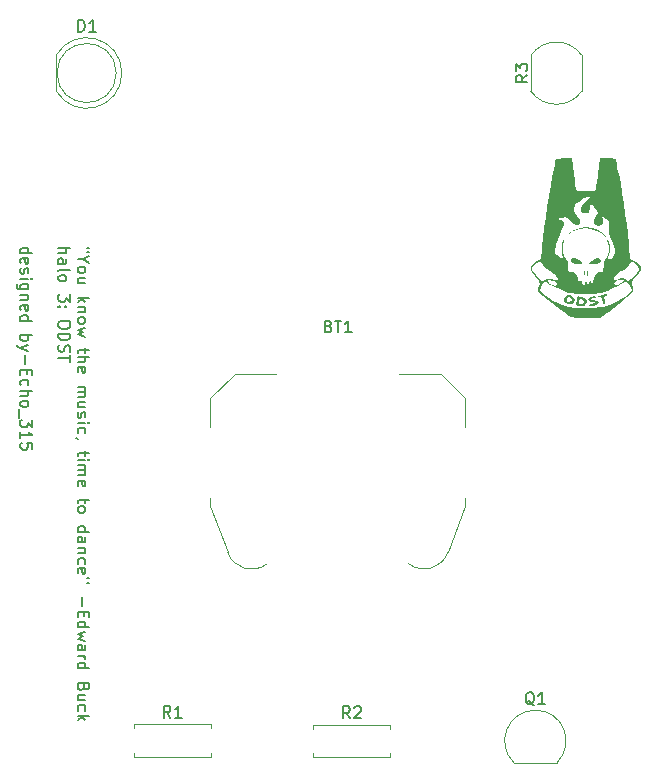
<source format=gbr>
%TF.GenerationSoftware,KiCad,Pcbnew,9.0.2*%
%TF.CreationDate,2025-05-24T18:19:02-05:00*%
%TF.ProjectId,Hack Club PCB,4861636b-2043-46c7-9562-205043422e6b,rev?*%
%TF.SameCoordinates,Original*%
%TF.FileFunction,Legend,Top*%
%TF.FilePolarity,Positive*%
%FSLAX46Y46*%
G04 Gerber Fmt 4.6, Leading zero omitted, Abs format (unit mm)*
G04 Created by KiCad (PCBNEW 9.0.2) date 2025-05-24 18:19:02*
%MOMM*%
%LPD*%
G01*
G04 APERTURE LIST*
%ADD10C,0.150000*%
%ADD11C,0.120000*%
%ADD12C,0.000000*%
G04 APERTURE END LIST*
D10*
X108460012Y-64789160D02*
X108269536Y-64789160D01*
X108460012Y-65170112D02*
X108269536Y-65170112D01*
X107936203Y-65789160D02*
X107460012Y-65789160D01*
X108460012Y-65455827D02*
X107936203Y-65789160D01*
X107936203Y-65789160D02*
X108460012Y-66122493D01*
X107460012Y-66598684D02*
X107507632Y-66503446D01*
X107507632Y-66503446D02*
X107555251Y-66455827D01*
X107555251Y-66455827D02*
X107650489Y-66408208D01*
X107650489Y-66408208D02*
X107936203Y-66408208D01*
X107936203Y-66408208D02*
X108031441Y-66455827D01*
X108031441Y-66455827D02*
X108079060Y-66503446D01*
X108079060Y-66503446D02*
X108126679Y-66598684D01*
X108126679Y-66598684D02*
X108126679Y-66741541D01*
X108126679Y-66741541D02*
X108079060Y-66836779D01*
X108079060Y-66836779D02*
X108031441Y-66884398D01*
X108031441Y-66884398D02*
X107936203Y-66932017D01*
X107936203Y-66932017D02*
X107650489Y-66932017D01*
X107650489Y-66932017D02*
X107555251Y-66884398D01*
X107555251Y-66884398D02*
X107507632Y-66836779D01*
X107507632Y-66836779D02*
X107460012Y-66741541D01*
X107460012Y-66741541D02*
X107460012Y-66598684D01*
X108126679Y-67789160D02*
X107460012Y-67789160D01*
X108126679Y-67360589D02*
X107602870Y-67360589D01*
X107602870Y-67360589D02*
X107507632Y-67408208D01*
X107507632Y-67408208D02*
X107460012Y-67503446D01*
X107460012Y-67503446D02*
X107460012Y-67646303D01*
X107460012Y-67646303D02*
X107507632Y-67741541D01*
X107507632Y-67741541D02*
X107555251Y-67789160D01*
X107460012Y-69027256D02*
X108460012Y-69027256D01*
X107840965Y-69122494D02*
X107460012Y-69408208D01*
X108126679Y-69408208D02*
X107745727Y-69027256D01*
X108126679Y-69836780D02*
X107460012Y-69836780D01*
X108031441Y-69836780D02*
X108079060Y-69884399D01*
X108079060Y-69884399D02*
X108126679Y-69979637D01*
X108126679Y-69979637D02*
X108126679Y-70122494D01*
X108126679Y-70122494D02*
X108079060Y-70217732D01*
X108079060Y-70217732D02*
X107983822Y-70265351D01*
X107983822Y-70265351D02*
X107460012Y-70265351D01*
X107460012Y-70884399D02*
X107507632Y-70789161D01*
X107507632Y-70789161D02*
X107555251Y-70741542D01*
X107555251Y-70741542D02*
X107650489Y-70693923D01*
X107650489Y-70693923D02*
X107936203Y-70693923D01*
X107936203Y-70693923D02*
X108031441Y-70741542D01*
X108031441Y-70741542D02*
X108079060Y-70789161D01*
X108079060Y-70789161D02*
X108126679Y-70884399D01*
X108126679Y-70884399D02*
X108126679Y-71027256D01*
X108126679Y-71027256D02*
X108079060Y-71122494D01*
X108079060Y-71122494D02*
X108031441Y-71170113D01*
X108031441Y-71170113D02*
X107936203Y-71217732D01*
X107936203Y-71217732D02*
X107650489Y-71217732D01*
X107650489Y-71217732D02*
X107555251Y-71170113D01*
X107555251Y-71170113D02*
X107507632Y-71122494D01*
X107507632Y-71122494D02*
X107460012Y-71027256D01*
X107460012Y-71027256D02*
X107460012Y-70884399D01*
X108126679Y-71551066D02*
X107460012Y-71741542D01*
X107460012Y-71741542D02*
X107936203Y-71932018D01*
X107936203Y-71932018D02*
X107460012Y-72122494D01*
X107460012Y-72122494D02*
X108126679Y-72312970D01*
X108126679Y-73312971D02*
X108126679Y-73693923D01*
X108460012Y-73455828D02*
X107602870Y-73455828D01*
X107602870Y-73455828D02*
X107507632Y-73503447D01*
X107507632Y-73503447D02*
X107460012Y-73598685D01*
X107460012Y-73598685D02*
X107460012Y-73693923D01*
X107460012Y-74027257D02*
X108460012Y-74027257D01*
X107460012Y-74455828D02*
X107983822Y-74455828D01*
X107983822Y-74455828D02*
X108079060Y-74408209D01*
X108079060Y-74408209D02*
X108126679Y-74312971D01*
X108126679Y-74312971D02*
X108126679Y-74170114D01*
X108126679Y-74170114D02*
X108079060Y-74074876D01*
X108079060Y-74074876D02*
X108031441Y-74027257D01*
X107507632Y-75312971D02*
X107460012Y-75217733D01*
X107460012Y-75217733D02*
X107460012Y-75027257D01*
X107460012Y-75027257D02*
X107507632Y-74932019D01*
X107507632Y-74932019D02*
X107602870Y-74884400D01*
X107602870Y-74884400D02*
X107983822Y-74884400D01*
X107983822Y-74884400D02*
X108079060Y-74932019D01*
X108079060Y-74932019D02*
X108126679Y-75027257D01*
X108126679Y-75027257D02*
X108126679Y-75217733D01*
X108126679Y-75217733D02*
X108079060Y-75312971D01*
X108079060Y-75312971D02*
X107983822Y-75360590D01*
X107983822Y-75360590D02*
X107888584Y-75360590D01*
X107888584Y-75360590D02*
X107793346Y-74884400D01*
X107460012Y-76551067D02*
X108126679Y-76551067D01*
X108031441Y-76551067D02*
X108079060Y-76598686D01*
X108079060Y-76598686D02*
X108126679Y-76693924D01*
X108126679Y-76693924D02*
X108126679Y-76836781D01*
X108126679Y-76836781D02*
X108079060Y-76932019D01*
X108079060Y-76932019D02*
X107983822Y-76979638D01*
X107983822Y-76979638D02*
X107460012Y-76979638D01*
X107983822Y-76979638D02*
X108079060Y-77027257D01*
X108079060Y-77027257D02*
X108126679Y-77122495D01*
X108126679Y-77122495D02*
X108126679Y-77265352D01*
X108126679Y-77265352D02*
X108079060Y-77360591D01*
X108079060Y-77360591D02*
X107983822Y-77408210D01*
X107983822Y-77408210D02*
X107460012Y-77408210D01*
X108126679Y-78312971D02*
X107460012Y-78312971D01*
X108126679Y-77884400D02*
X107602870Y-77884400D01*
X107602870Y-77884400D02*
X107507632Y-77932019D01*
X107507632Y-77932019D02*
X107460012Y-78027257D01*
X107460012Y-78027257D02*
X107460012Y-78170114D01*
X107460012Y-78170114D02*
X107507632Y-78265352D01*
X107507632Y-78265352D02*
X107555251Y-78312971D01*
X107507632Y-78741543D02*
X107460012Y-78836781D01*
X107460012Y-78836781D02*
X107460012Y-79027257D01*
X107460012Y-79027257D02*
X107507632Y-79122495D01*
X107507632Y-79122495D02*
X107602870Y-79170114D01*
X107602870Y-79170114D02*
X107650489Y-79170114D01*
X107650489Y-79170114D02*
X107745727Y-79122495D01*
X107745727Y-79122495D02*
X107793346Y-79027257D01*
X107793346Y-79027257D02*
X107793346Y-78884400D01*
X107793346Y-78884400D02*
X107840965Y-78789162D01*
X107840965Y-78789162D02*
X107936203Y-78741543D01*
X107936203Y-78741543D02*
X107983822Y-78741543D01*
X107983822Y-78741543D02*
X108079060Y-78789162D01*
X108079060Y-78789162D02*
X108126679Y-78884400D01*
X108126679Y-78884400D02*
X108126679Y-79027257D01*
X108126679Y-79027257D02*
X108079060Y-79122495D01*
X107460012Y-79598686D02*
X108126679Y-79598686D01*
X108460012Y-79598686D02*
X108412393Y-79551067D01*
X108412393Y-79551067D02*
X108364774Y-79598686D01*
X108364774Y-79598686D02*
X108412393Y-79646305D01*
X108412393Y-79646305D02*
X108460012Y-79598686D01*
X108460012Y-79598686D02*
X108364774Y-79598686D01*
X107507632Y-80503447D02*
X107460012Y-80408209D01*
X107460012Y-80408209D02*
X107460012Y-80217733D01*
X107460012Y-80217733D02*
X107507632Y-80122495D01*
X107507632Y-80122495D02*
X107555251Y-80074876D01*
X107555251Y-80074876D02*
X107650489Y-80027257D01*
X107650489Y-80027257D02*
X107936203Y-80027257D01*
X107936203Y-80027257D02*
X108031441Y-80074876D01*
X108031441Y-80074876D02*
X108079060Y-80122495D01*
X108079060Y-80122495D02*
X108126679Y-80217733D01*
X108126679Y-80217733D02*
X108126679Y-80408209D01*
X108126679Y-80408209D02*
X108079060Y-80503447D01*
X107507632Y-80979638D02*
X107460012Y-80979638D01*
X107460012Y-80979638D02*
X107364774Y-80932019D01*
X107364774Y-80932019D02*
X107317155Y-80884400D01*
X108126679Y-82027257D02*
X108126679Y-82408209D01*
X108460012Y-82170114D02*
X107602870Y-82170114D01*
X107602870Y-82170114D02*
X107507632Y-82217733D01*
X107507632Y-82217733D02*
X107460012Y-82312971D01*
X107460012Y-82312971D02*
X107460012Y-82408209D01*
X107460012Y-82741543D02*
X108126679Y-82741543D01*
X108460012Y-82741543D02*
X108412393Y-82693924D01*
X108412393Y-82693924D02*
X108364774Y-82741543D01*
X108364774Y-82741543D02*
X108412393Y-82789162D01*
X108412393Y-82789162D02*
X108460012Y-82741543D01*
X108460012Y-82741543D02*
X108364774Y-82741543D01*
X107460012Y-83217733D02*
X108126679Y-83217733D01*
X108031441Y-83217733D02*
X108079060Y-83265352D01*
X108079060Y-83265352D02*
X108126679Y-83360590D01*
X108126679Y-83360590D02*
X108126679Y-83503447D01*
X108126679Y-83503447D02*
X108079060Y-83598685D01*
X108079060Y-83598685D02*
X107983822Y-83646304D01*
X107983822Y-83646304D02*
X107460012Y-83646304D01*
X107983822Y-83646304D02*
X108079060Y-83693923D01*
X108079060Y-83693923D02*
X108126679Y-83789161D01*
X108126679Y-83789161D02*
X108126679Y-83932018D01*
X108126679Y-83932018D02*
X108079060Y-84027257D01*
X108079060Y-84027257D02*
X107983822Y-84074876D01*
X107983822Y-84074876D02*
X107460012Y-84074876D01*
X107507632Y-84932018D02*
X107460012Y-84836780D01*
X107460012Y-84836780D02*
X107460012Y-84646304D01*
X107460012Y-84646304D02*
X107507632Y-84551066D01*
X107507632Y-84551066D02*
X107602870Y-84503447D01*
X107602870Y-84503447D02*
X107983822Y-84503447D01*
X107983822Y-84503447D02*
X108079060Y-84551066D01*
X108079060Y-84551066D02*
X108126679Y-84646304D01*
X108126679Y-84646304D02*
X108126679Y-84836780D01*
X108126679Y-84836780D02*
X108079060Y-84932018D01*
X108079060Y-84932018D02*
X107983822Y-84979637D01*
X107983822Y-84979637D02*
X107888584Y-84979637D01*
X107888584Y-84979637D02*
X107793346Y-84503447D01*
X108126679Y-86027257D02*
X108126679Y-86408209D01*
X108460012Y-86170114D02*
X107602870Y-86170114D01*
X107602870Y-86170114D02*
X107507632Y-86217733D01*
X107507632Y-86217733D02*
X107460012Y-86312971D01*
X107460012Y-86312971D02*
X107460012Y-86408209D01*
X107460012Y-86884400D02*
X107507632Y-86789162D01*
X107507632Y-86789162D02*
X107555251Y-86741543D01*
X107555251Y-86741543D02*
X107650489Y-86693924D01*
X107650489Y-86693924D02*
X107936203Y-86693924D01*
X107936203Y-86693924D02*
X108031441Y-86741543D01*
X108031441Y-86741543D02*
X108079060Y-86789162D01*
X108079060Y-86789162D02*
X108126679Y-86884400D01*
X108126679Y-86884400D02*
X108126679Y-87027257D01*
X108126679Y-87027257D02*
X108079060Y-87122495D01*
X108079060Y-87122495D02*
X108031441Y-87170114D01*
X108031441Y-87170114D02*
X107936203Y-87217733D01*
X107936203Y-87217733D02*
X107650489Y-87217733D01*
X107650489Y-87217733D02*
X107555251Y-87170114D01*
X107555251Y-87170114D02*
X107507632Y-87122495D01*
X107507632Y-87122495D02*
X107460012Y-87027257D01*
X107460012Y-87027257D02*
X107460012Y-86884400D01*
X107460012Y-88836781D02*
X108460012Y-88836781D01*
X107507632Y-88836781D02*
X107460012Y-88741543D01*
X107460012Y-88741543D02*
X107460012Y-88551067D01*
X107460012Y-88551067D02*
X107507632Y-88455829D01*
X107507632Y-88455829D02*
X107555251Y-88408210D01*
X107555251Y-88408210D02*
X107650489Y-88360591D01*
X107650489Y-88360591D02*
X107936203Y-88360591D01*
X107936203Y-88360591D02*
X108031441Y-88408210D01*
X108031441Y-88408210D02*
X108079060Y-88455829D01*
X108079060Y-88455829D02*
X108126679Y-88551067D01*
X108126679Y-88551067D02*
X108126679Y-88741543D01*
X108126679Y-88741543D02*
X108079060Y-88836781D01*
X107460012Y-89741543D02*
X107983822Y-89741543D01*
X107983822Y-89741543D02*
X108079060Y-89693924D01*
X108079060Y-89693924D02*
X108126679Y-89598686D01*
X108126679Y-89598686D02*
X108126679Y-89408210D01*
X108126679Y-89408210D02*
X108079060Y-89312972D01*
X107507632Y-89741543D02*
X107460012Y-89646305D01*
X107460012Y-89646305D02*
X107460012Y-89408210D01*
X107460012Y-89408210D02*
X107507632Y-89312972D01*
X107507632Y-89312972D02*
X107602870Y-89265353D01*
X107602870Y-89265353D02*
X107698108Y-89265353D01*
X107698108Y-89265353D02*
X107793346Y-89312972D01*
X107793346Y-89312972D02*
X107840965Y-89408210D01*
X107840965Y-89408210D02*
X107840965Y-89646305D01*
X107840965Y-89646305D02*
X107888584Y-89741543D01*
X108126679Y-90217734D02*
X107460012Y-90217734D01*
X108031441Y-90217734D02*
X108079060Y-90265353D01*
X108079060Y-90265353D02*
X108126679Y-90360591D01*
X108126679Y-90360591D02*
X108126679Y-90503448D01*
X108126679Y-90503448D02*
X108079060Y-90598686D01*
X108079060Y-90598686D02*
X107983822Y-90646305D01*
X107983822Y-90646305D02*
X107460012Y-90646305D01*
X107507632Y-91551067D02*
X107460012Y-91455829D01*
X107460012Y-91455829D02*
X107460012Y-91265353D01*
X107460012Y-91265353D02*
X107507632Y-91170115D01*
X107507632Y-91170115D02*
X107555251Y-91122496D01*
X107555251Y-91122496D02*
X107650489Y-91074877D01*
X107650489Y-91074877D02*
X107936203Y-91074877D01*
X107936203Y-91074877D02*
X108031441Y-91122496D01*
X108031441Y-91122496D02*
X108079060Y-91170115D01*
X108079060Y-91170115D02*
X108126679Y-91265353D01*
X108126679Y-91265353D02*
X108126679Y-91455829D01*
X108126679Y-91455829D02*
X108079060Y-91551067D01*
X107507632Y-92360591D02*
X107460012Y-92265353D01*
X107460012Y-92265353D02*
X107460012Y-92074877D01*
X107460012Y-92074877D02*
X107507632Y-91979639D01*
X107507632Y-91979639D02*
X107602870Y-91932020D01*
X107602870Y-91932020D02*
X107983822Y-91932020D01*
X107983822Y-91932020D02*
X108079060Y-91979639D01*
X108079060Y-91979639D02*
X108126679Y-92074877D01*
X108126679Y-92074877D02*
X108126679Y-92265353D01*
X108126679Y-92265353D02*
X108079060Y-92360591D01*
X108079060Y-92360591D02*
X107983822Y-92408210D01*
X107983822Y-92408210D02*
X107888584Y-92408210D01*
X107888584Y-92408210D02*
X107793346Y-91932020D01*
X108460012Y-92789163D02*
X108269536Y-92789163D01*
X108460012Y-93170115D02*
X108269536Y-93170115D01*
X107840965Y-94360592D02*
X107840965Y-95122497D01*
X107983822Y-95598687D02*
X107983822Y-95932020D01*
X107460012Y-96074877D02*
X107460012Y-95598687D01*
X107460012Y-95598687D02*
X108460012Y-95598687D01*
X108460012Y-95598687D02*
X108460012Y-96074877D01*
X107460012Y-96932020D02*
X108460012Y-96932020D01*
X107507632Y-96932020D02*
X107460012Y-96836782D01*
X107460012Y-96836782D02*
X107460012Y-96646306D01*
X107460012Y-96646306D02*
X107507632Y-96551068D01*
X107507632Y-96551068D02*
X107555251Y-96503449D01*
X107555251Y-96503449D02*
X107650489Y-96455830D01*
X107650489Y-96455830D02*
X107936203Y-96455830D01*
X107936203Y-96455830D02*
X108031441Y-96503449D01*
X108031441Y-96503449D02*
X108079060Y-96551068D01*
X108079060Y-96551068D02*
X108126679Y-96646306D01*
X108126679Y-96646306D02*
X108126679Y-96836782D01*
X108126679Y-96836782D02*
X108079060Y-96932020D01*
X108126679Y-97312973D02*
X107460012Y-97503449D01*
X107460012Y-97503449D02*
X107936203Y-97693925D01*
X107936203Y-97693925D02*
X107460012Y-97884401D01*
X107460012Y-97884401D02*
X108126679Y-98074877D01*
X107460012Y-98884401D02*
X107983822Y-98884401D01*
X107983822Y-98884401D02*
X108079060Y-98836782D01*
X108079060Y-98836782D02*
X108126679Y-98741544D01*
X108126679Y-98741544D02*
X108126679Y-98551068D01*
X108126679Y-98551068D02*
X108079060Y-98455830D01*
X107507632Y-98884401D02*
X107460012Y-98789163D01*
X107460012Y-98789163D02*
X107460012Y-98551068D01*
X107460012Y-98551068D02*
X107507632Y-98455830D01*
X107507632Y-98455830D02*
X107602870Y-98408211D01*
X107602870Y-98408211D02*
X107698108Y-98408211D01*
X107698108Y-98408211D02*
X107793346Y-98455830D01*
X107793346Y-98455830D02*
X107840965Y-98551068D01*
X107840965Y-98551068D02*
X107840965Y-98789163D01*
X107840965Y-98789163D02*
X107888584Y-98884401D01*
X107460012Y-99360592D02*
X108126679Y-99360592D01*
X107936203Y-99360592D02*
X108031441Y-99408211D01*
X108031441Y-99408211D02*
X108079060Y-99455830D01*
X108079060Y-99455830D02*
X108126679Y-99551068D01*
X108126679Y-99551068D02*
X108126679Y-99646306D01*
X107460012Y-100408211D02*
X108460012Y-100408211D01*
X107507632Y-100408211D02*
X107460012Y-100312973D01*
X107460012Y-100312973D02*
X107460012Y-100122497D01*
X107460012Y-100122497D02*
X107507632Y-100027259D01*
X107507632Y-100027259D02*
X107555251Y-99979640D01*
X107555251Y-99979640D02*
X107650489Y-99932021D01*
X107650489Y-99932021D02*
X107936203Y-99932021D01*
X107936203Y-99932021D02*
X108031441Y-99979640D01*
X108031441Y-99979640D02*
X108079060Y-100027259D01*
X108079060Y-100027259D02*
X108126679Y-100122497D01*
X108126679Y-100122497D02*
X108126679Y-100312973D01*
X108126679Y-100312973D02*
X108079060Y-100408211D01*
X107983822Y-101979640D02*
X107936203Y-102122497D01*
X107936203Y-102122497D02*
X107888584Y-102170116D01*
X107888584Y-102170116D02*
X107793346Y-102217735D01*
X107793346Y-102217735D02*
X107650489Y-102217735D01*
X107650489Y-102217735D02*
X107555251Y-102170116D01*
X107555251Y-102170116D02*
X107507632Y-102122497D01*
X107507632Y-102122497D02*
X107460012Y-102027259D01*
X107460012Y-102027259D02*
X107460012Y-101646307D01*
X107460012Y-101646307D02*
X108460012Y-101646307D01*
X108460012Y-101646307D02*
X108460012Y-101979640D01*
X108460012Y-101979640D02*
X108412393Y-102074878D01*
X108412393Y-102074878D02*
X108364774Y-102122497D01*
X108364774Y-102122497D02*
X108269536Y-102170116D01*
X108269536Y-102170116D02*
X108174298Y-102170116D01*
X108174298Y-102170116D02*
X108079060Y-102122497D01*
X108079060Y-102122497D02*
X108031441Y-102074878D01*
X108031441Y-102074878D02*
X107983822Y-101979640D01*
X107983822Y-101979640D02*
X107983822Y-101646307D01*
X108126679Y-103074878D02*
X107460012Y-103074878D01*
X108126679Y-102646307D02*
X107602870Y-102646307D01*
X107602870Y-102646307D02*
X107507632Y-102693926D01*
X107507632Y-102693926D02*
X107460012Y-102789164D01*
X107460012Y-102789164D02*
X107460012Y-102932021D01*
X107460012Y-102932021D02*
X107507632Y-103027259D01*
X107507632Y-103027259D02*
X107555251Y-103074878D01*
X107507632Y-103979640D02*
X107460012Y-103884402D01*
X107460012Y-103884402D02*
X107460012Y-103693926D01*
X107460012Y-103693926D02*
X107507632Y-103598688D01*
X107507632Y-103598688D02*
X107555251Y-103551069D01*
X107555251Y-103551069D02*
X107650489Y-103503450D01*
X107650489Y-103503450D02*
X107936203Y-103503450D01*
X107936203Y-103503450D02*
X108031441Y-103551069D01*
X108031441Y-103551069D02*
X108079060Y-103598688D01*
X108079060Y-103598688D02*
X108126679Y-103693926D01*
X108126679Y-103693926D02*
X108126679Y-103884402D01*
X108126679Y-103884402D02*
X108079060Y-103979640D01*
X107460012Y-104408212D02*
X108460012Y-104408212D01*
X107840965Y-104503450D02*
X107460012Y-104789164D01*
X108126679Y-104789164D02*
X107745727Y-104408212D01*
X105850068Y-64836779D02*
X106850068Y-64836779D01*
X105850068Y-65265350D02*
X106373878Y-65265350D01*
X106373878Y-65265350D02*
X106469116Y-65217731D01*
X106469116Y-65217731D02*
X106516735Y-65122493D01*
X106516735Y-65122493D02*
X106516735Y-64979636D01*
X106516735Y-64979636D02*
X106469116Y-64884398D01*
X106469116Y-64884398D02*
X106421497Y-64836779D01*
X105850068Y-66170112D02*
X106373878Y-66170112D01*
X106373878Y-66170112D02*
X106469116Y-66122493D01*
X106469116Y-66122493D02*
X106516735Y-66027255D01*
X106516735Y-66027255D02*
X106516735Y-65836779D01*
X106516735Y-65836779D02*
X106469116Y-65741541D01*
X105897688Y-66170112D02*
X105850068Y-66074874D01*
X105850068Y-66074874D02*
X105850068Y-65836779D01*
X105850068Y-65836779D02*
X105897688Y-65741541D01*
X105897688Y-65741541D02*
X105992926Y-65693922D01*
X105992926Y-65693922D02*
X106088164Y-65693922D01*
X106088164Y-65693922D02*
X106183402Y-65741541D01*
X106183402Y-65741541D02*
X106231021Y-65836779D01*
X106231021Y-65836779D02*
X106231021Y-66074874D01*
X106231021Y-66074874D02*
X106278640Y-66170112D01*
X105850068Y-66789160D02*
X105897688Y-66693922D01*
X105897688Y-66693922D02*
X105992926Y-66646303D01*
X105992926Y-66646303D02*
X106850068Y-66646303D01*
X105850068Y-67312970D02*
X105897688Y-67217732D01*
X105897688Y-67217732D02*
X105945307Y-67170113D01*
X105945307Y-67170113D02*
X106040545Y-67122494D01*
X106040545Y-67122494D02*
X106326259Y-67122494D01*
X106326259Y-67122494D02*
X106421497Y-67170113D01*
X106421497Y-67170113D02*
X106469116Y-67217732D01*
X106469116Y-67217732D02*
X106516735Y-67312970D01*
X106516735Y-67312970D02*
X106516735Y-67455827D01*
X106516735Y-67455827D02*
X106469116Y-67551065D01*
X106469116Y-67551065D02*
X106421497Y-67598684D01*
X106421497Y-67598684D02*
X106326259Y-67646303D01*
X106326259Y-67646303D02*
X106040545Y-67646303D01*
X106040545Y-67646303D02*
X105945307Y-67598684D01*
X105945307Y-67598684D02*
X105897688Y-67551065D01*
X105897688Y-67551065D02*
X105850068Y-67455827D01*
X105850068Y-67455827D02*
X105850068Y-67312970D01*
X106850068Y-68741542D02*
X106850068Y-69360589D01*
X106850068Y-69360589D02*
X106469116Y-69027256D01*
X106469116Y-69027256D02*
X106469116Y-69170113D01*
X106469116Y-69170113D02*
X106421497Y-69265351D01*
X106421497Y-69265351D02*
X106373878Y-69312970D01*
X106373878Y-69312970D02*
X106278640Y-69360589D01*
X106278640Y-69360589D02*
X106040545Y-69360589D01*
X106040545Y-69360589D02*
X105945307Y-69312970D01*
X105945307Y-69312970D02*
X105897688Y-69265351D01*
X105897688Y-69265351D02*
X105850068Y-69170113D01*
X105850068Y-69170113D02*
X105850068Y-68884399D01*
X105850068Y-68884399D02*
X105897688Y-68789161D01*
X105897688Y-68789161D02*
X105945307Y-68741542D01*
X105945307Y-69789161D02*
X105897688Y-69836780D01*
X105897688Y-69836780D02*
X105850068Y-69789161D01*
X105850068Y-69789161D02*
X105897688Y-69741542D01*
X105897688Y-69741542D02*
X105945307Y-69789161D01*
X105945307Y-69789161D02*
X105850068Y-69789161D01*
X106469116Y-69789161D02*
X106421497Y-69836780D01*
X106421497Y-69836780D02*
X106373878Y-69789161D01*
X106373878Y-69789161D02*
X106421497Y-69741542D01*
X106421497Y-69741542D02*
X106469116Y-69789161D01*
X106469116Y-69789161D02*
X106373878Y-69789161D01*
X106850068Y-71217732D02*
X106850068Y-71408208D01*
X106850068Y-71408208D02*
X106802449Y-71503446D01*
X106802449Y-71503446D02*
X106707211Y-71598684D01*
X106707211Y-71598684D02*
X106516735Y-71646303D01*
X106516735Y-71646303D02*
X106183402Y-71646303D01*
X106183402Y-71646303D02*
X105992926Y-71598684D01*
X105992926Y-71598684D02*
X105897688Y-71503446D01*
X105897688Y-71503446D02*
X105850068Y-71408208D01*
X105850068Y-71408208D02*
X105850068Y-71217732D01*
X105850068Y-71217732D02*
X105897688Y-71122494D01*
X105897688Y-71122494D02*
X105992926Y-71027256D01*
X105992926Y-71027256D02*
X106183402Y-70979637D01*
X106183402Y-70979637D02*
X106516735Y-70979637D01*
X106516735Y-70979637D02*
X106707211Y-71027256D01*
X106707211Y-71027256D02*
X106802449Y-71122494D01*
X106802449Y-71122494D02*
X106850068Y-71217732D01*
X105850068Y-72074875D02*
X106850068Y-72074875D01*
X106850068Y-72074875D02*
X106850068Y-72312970D01*
X106850068Y-72312970D02*
X106802449Y-72455827D01*
X106802449Y-72455827D02*
X106707211Y-72551065D01*
X106707211Y-72551065D02*
X106611973Y-72598684D01*
X106611973Y-72598684D02*
X106421497Y-72646303D01*
X106421497Y-72646303D02*
X106278640Y-72646303D01*
X106278640Y-72646303D02*
X106088164Y-72598684D01*
X106088164Y-72598684D02*
X105992926Y-72551065D01*
X105992926Y-72551065D02*
X105897688Y-72455827D01*
X105897688Y-72455827D02*
X105850068Y-72312970D01*
X105850068Y-72312970D02*
X105850068Y-72074875D01*
X105897688Y-73027256D02*
X105850068Y-73170113D01*
X105850068Y-73170113D02*
X105850068Y-73408208D01*
X105850068Y-73408208D02*
X105897688Y-73503446D01*
X105897688Y-73503446D02*
X105945307Y-73551065D01*
X105945307Y-73551065D02*
X106040545Y-73598684D01*
X106040545Y-73598684D02*
X106135783Y-73598684D01*
X106135783Y-73598684D02*
X106231021Y-73551065D01*
X106231021Y-73551065D02*
X106278640Y-73503446D01*
X106278640Y-73503446D02*
X106326259Y-73408208D01*
X106326259Y-73408208D02*
X106373878Y-73217732D01*
X106373878Y-73217732D02*
X106421497Y-73122494D01*
X106421497Y-73122494D02*
X106469116Y-73074875D01*
X106469116Y-73074875D02*
X106564354Y-73027256D01*
X106564354Y-73027256D02*
X106659592Y-73027256D01*
X106659592Y-73027256D02*
X106754830Y-73074875D01*
X106754830Y-73074875D02*
X106802449Y-73122494D01*
X106802449Y-73122494D02*
X106850068Y-73217732D01*
X106850068Y-73217732D02*
X106850068Y-73455827D01*
X106850068Y-73455827D02*
X106802449Y-73598684D01*
X106850068Y-73884399D02*
X106850068Y-74455827D01*
X105850068Y-74170113D02*
X106850068Y-74170113D01*
X102630180Y-65265350D02*
X103630180Y-65265350D01*
X102677800Y-65265350D02*
X102630180Y-65170112D01*
X102630180Y-65170112D02*
X102630180Y-64979636D01*
X102630180Y-64979636D02*
X102677800Y-64884398D01*
X102677800Y-64884398D02*
X102725419Y-64836779D01*
X102725419Y-64836779D02*
X102820657Y-64789160D01*
X102820657Y-64789160D02*
X103106371Y-64789160D01*
X103106371Y-64789160D02*
X103201609Y-64836779D01*
X103201609Y-64836779D02*
X103249228Y-64884398D01*
X103249228Y-64884398D02*
X103296847Y-64979636D01*
X103296847Y-64979636D02*
X103296847Y-65170112D01*
X103296847Y-65170112D02*
X103249228Y-65265350D01*
X102677800Y-66122493D02*
X102630180Y-66027255D01*
X102630180Y-66027255D02*
X102630180Y-65836779D01*
X102630180Y-65836779D02*
X102677800Y-65741541D01*
X102677800Y-65741541D02*
X102773038Y-65693922D01*
X102773038Y-65693922D02*
X103153990Y-65693922D01*
X103153990Y-65693922D02*
X103249228Y-65741541D01*
X103249228Y-65741541D02*
X103296847Y-65836779D01*
X103296847Y-65836779D02*
X103296847Y-66027255D01*
X103296847Y-66027255D02*
X103249228Y-66122493D01*
X103249228Y-66122493D02*
X103153990Y-66170112D01*
X103153990Y-66170112D02*
X103058752Y-66170112D01*
X103058752Y-66170112D02*
X102963514Y-65693922D01*
X102677800Y-66551065D02*
X102630180Y-66646303D01*
X102630180Y-66646303D02*
X102630180Y-66836779D01*
X102630180Y-66836779D02*
X102677800Y-66932017D01*
X102677800Y-66932017D02*
X102773038Y-66979636D01*
X102773038Y-66979636D02*
X102820657Y-66979636D01*
X102820657Y-66979636D02*
X102915895Y-66932017D01*
X102915895Y-66932017D02*
X102963514Y-66836779D01*
X102963514Y-66836779D02*
X102963514Y-66693922D01*
X102963514Y-66693922D02*
X103011133Y-66598684D01*
X103011133Y-66598684D02*
X103106371Y-66551065D01*
X103106371Y-66551065D02*
X103153990Y-66551065D01*
X103153990Y-66551065D02*
X103249228Y-66598684D01*
X103249228Y-66598684D02*
X103296847Y-66693922D01*
X103296847Y-66693922D02*
X103296847Y-66836779D01*
X103296847Y-66836779D02*
X103249228Y-66932017D01*
X102630180Y-67408208D02*
X103296847Y-67408208D01*
X103630180Y-67408208D02*
X103582561Y-67360589D01*
X103582561Y-67360589D02*
X103534942Y-67408208D01*
X103534942Y-67408208D02*
X103582561Y-67455827D01*
X103582561Y-67455827D02*
X103630180Y-67408208D01*
X103630180Y-67408208D02*
X103534942Y-67408208D01*
X103296847Y-68312969D02*
X102487323Y-68312969D01*
X102487323Y-68312969D02*
X102392085Y-68265350D01*
X102392085Y-68265350D02*
X102344466Y-68217731D01*
X102344466Y-68217731D02*
X102296847Y-68122493D01*
X102296847Y-68122493D02*
X102296847Y-67979636D01*
X102296847Y-67979636D02*
X102344466Y-67884398D01*
X102677800Y-68312969D02*
X102630180Y-68217731D01*
X102630180Y-68217731D02*
X102630180Y-68027255D01*
X102630180Y-68027255D02*
X102677800Y-67932017D01*
X102677800Y-67932017D02*
X102725419Y-67884398D01*
X102725419Y-67884398D02*
X102820657Y-67836779D01*
X102820657Y-67836779D02*
X103106371Y-67836779D01*
X103106371Y-67836779D02*
X103201609Y-67884398D01*
X103201609Y-67884398D02*
X103249228Y-67932017D01*
X103249228Y-67932017D02*
X103296847Y-68027255D01*
X103296847Y-68027255D02*
X103296847Y-68217731D01*
X103296847Y-68217731D02*
X103249228Y-68312969D01*
X103296847Y-68789160D02*
X102630180Y-68789160D01*
X103201609Y-68789160D02*
X103249228Y-68836779D01*
X103249228Y-68836779D02*
X103296847Y-68932017D01*
X103296847Y-68932017D02*
X103296847Y-69074874D01*
X103296847Y-69074874D02*
X103249228Y-69170112D01*
X103249228Y-69170112D02*
X103153990Y-69217731D01*
X103153990Y-69217731D02*
X102630180Y-69217731D01*
X102677800Y-70074874D02*
X102630180Y-69979636D01*
X102630180Y-69979636D02*
X102630180Y-69789160D01*
X102630180Y-69789160D02*
X102677800Y-69693922D01*
X102677800Y-69693922D02*
X102773038Y-69646303D01*
X102773038Y-69646303D02*
X103153990Y-69646303D01*
X103153990Y-69646303D02*
X103249228Y-69693922D01*
X103249228Y-69693922D02*
X103296847Y-69789160D01*
X103296847Y-69789160D02*
X103296847Y-69979636D01*
X103296847Y-69979636D02*
X103249228Y-70074874D01*
X103249228Y-70074874D02*
X103153990Y-70122493D01*
X103153990Y-70122493D02*
X103058752Y-70122493D01*
X103058752Y-70122493D02*
X102963514Y-69646303D01*
X102630180Y-70979636D02*
X103630180Y-70979636D01*
X102677800Y-70979636D02*
X102630180Y-70884398D01*
X102630180Y-70884398D02*
X102630180Y-70693922D01*
X102630180Y-70693922D02*
X102677800Y-70598684D01*
X102677800Y-70598684D02*
X102725419Y-70551065D01*
X102725419Y-70551065D02*
X102820657Y-70503446D01*
X102820657Y-70503446D02*
X103106371Y-70503446D01*
X103106371Y-70503446D02*
X103201609Y-70551065D01*
X103201609Y-70551065D02*
X103249228Y-70598684D01*
X103249228Y-70598684D02*
X103296847Y-70693922D01*
X103296847Y-70693922D02*
X103296847Y-70884398D01*
X103296847Y-70884398D02*
X103249228Y-70979636D01*
X102630180Y-72217732D02*
X103630180Y-72217732D01*
X103249228Y-72217732D02*
X103296847Y-72312970D01*
X103296847Y-72312970D02*
X103296847Y-72503446D01*
X103296847Y-72503446D02*
X103249228Y-72598684D01*
X103249228Y-72598684D02*
X103201609Y-72646303D01*
X103201609Y-72646303D02*
X103106371Y-72693922D01*
X103106371Y-72693922D02*
X102820657Y-72693922D01*
X102820657Y-72693922D02*
X102725419Y-72646303D01*
X102725419Y-72646303D02*
X102677800Y-72598684D01*
X102677800Y-72598684D02*
X102630180Y-72503446D01*
X102630180Y-72503446D02*
X102630180Y-72312970D01*
X102630180Y-72312970D02*
X102677800Y-72217732D01*
X103296847Y-73027256D02*
X102630180Y-73265351D01*
X103296847Y-73503446D02*
X102630180Y-73265351D01*
X102630180Y-73265351D02*
X102392085Y-73170113D01*
X102392085Y-73170113D02*
X102344466Y-73122494D01*
X102344466Y-73122494D02*
X102296847Y-73027256D01*
X103011133Y-73884399D02*
X103011133Y-74646304D01*
X103153990Y-75122494D02*
X103153990Y-75455827D01*
X102630180Y-75598684D02*
X102630180Y-75122494D01*
X102630180Y-75122494D02*
X103630180Y-75122494D01*
X103630180Y-75122494D02*
X103630180Y-75598684D01*
X102677800Y-76455827D02*
X102630180Y-76360589D01*
X102630180Y-76360589D02*
X102630180Y-76170113D01*
X102630180Y-76170113D02*
X102677800Y-76074875D01*
X102677800Y-76074875D02*
X102725419Y-76027256D01*
X102725419Y-76027256D02*
X102820657Y-75979637D01*
X102820657Y-75979637D02*
X103106371Y-75979637D01*
X103106371Y-75979637D02*
X103201609Y-76027256D01*
X103201609Y-76027256D02*
X103249228Y-76074875D01*
X103249228Y-76074875D02*
X103296847Y-76170113D01*
X103296847Y-76170113D02*
X103296847Y-76360589D01*
X103296847Y-76360589D02*
X103249228Y-76455827D01*
X102630180Y-76884399D02*
X103630180Y-76884399D01*
X102630180Y-77312970D02*
X103153990Y-77312970D01*
X103153990Y-77312970D02*
X103249228Y-77265351D01*
X103249228Y-77265351D02*
X103296847Y-77170113D01*
X103296847Y-77170113D02*
X103296847Y-77027256D01*
X103296847Y-77027256D02*
X103249228Y-76932018D01*
X103249228Y-76932018D02*
X103201609Y-76884399D01*
X102630180Y-77932018D02*
X102677800Y-77836780D01*
X102677800Y-77836780D02*
X102725419Y-77789161D01*
X102725419Y-77789161D02*
X102820657Y-77741542D01*
X102820657Y-77741542D02*
X103106371Y-77741542D01*
X103106371Y-77741542D02*
X103201609Y-77789161D01*
X103201609Y-77789161D02*
X103249228Y-77836780D01*
X103249228Y-77836780D02*
X103296847Y-77932018D01*
X103296847Y-77932018D02*
X103296847Y-78074875D01*
X103296847Y-78074875D02*
X103249228Y-78170113D01*
X103249228Y-78170113D02*
X103201609Y-78217732D01*
X103201609Y-78217732D02*
X103106371Y-78265351D01*
X103106371Y-78265351D02*
X102820657Y-78265351D01*
X102820657Y-78265351D02*
X102725419Y-78217732D01*
X102725419Y-78217732D02*
X102677800Y-78170113D01*
X102677800Y-78170113D02*
X102630180Y-78074875D01*
X102630180Y-78074875D02*
X102630180Y-77932018D01*
X102534942Y-78455828D02*
X102534942Y-79217732D01*
X103630180Y-79360590D02*
X103630180Y-79979637D01*
X103630180Y-79979637D02*
X103249228Y-79646304D01*
X103249228Y-79646304D02*
X103249228Y-79789161D01*
X103249228Y-79789161D02*
X103201609Y-79884399D01*
X103201609Y-79884399D02*
X103153990Y-79932018D01*
X103153990Y-79932018D02*
X103058752Y-79979637D01*
X103058752Y-79979637D02*
X102820657Y-79979637D01*
X102820657Y-79979637D02*
X102725419Y-79932018D01*
X102725419Y-79932018D02*
X102677800Y-79884399D01*
X102677800Y-79884399D02*
X102630180Y-79789161D01*
X102630180Y-79789161D02*
X102630180Y-79503447D01*
X102630180Y-79503447D02*
X102677800Y-79408209D01*
X102677800Y-79408209D02*
X102725419Y-79360590D01*
X102630180Y-80932018D02*
X102630180Y-80360590D01*
X102630180Y-80646304D02*
X103630180Y-80646304D01*
X103630180Y-80646304D02*
X103487323Y-80551066D01*
X103487323Y-80551066D02*
X103392085Y-80455828D01*
X103392085Y-80455828D02*
X103344466Y-80360590D01*
X103630180Y-81836780D02*
X103630180Y-81360590D01*
X103630180Y-81360590D02*
X103153990Y-81312971D01*
X103153990Y-81312971D02*
X103201609Y-81360590D01*
X103201609Y-81360590D02*
X103249228Y-81455828D01*
X103249228Y-81455828D02*
X103249228Y-81693923D01*
X103249228Y-81693923D02*
X103201609Y-81789161D01*
X103201609Y-81789161D02*
X103153990Y-81836780D01*
X103153990Y-81836780D02*
X103058752Y-81884399D01*
X103058752Y-81884399D02*
X102820657Y-81884399D01*
X102820657Y-81884399D02*
X102725419Y-81836780D01*
X102725419Y-81836780D02*
X102677800Y-81789161D01*
X102677800Y-81789161D02*
X102630180Y-81693923D01*
X102630180Y-81693923D02*
X102630180Y-81455828D01*
X102630180Y-81455828D02*
X102677800Y-81360590D01*
X102677800Y-81360590D02*
X102725419Y-81312971D01*
X145554819Y-50166666D02*
X145078628Y-50499999D01*
X145554819Y-50738094D02*
X144554819Y-50738094D01*
X144554819Y-50738094D02*
X144554819Y-50357142D01*
X144554819Y-50357142D02*
X144602438Y-50261904D01*
X144602438Y-50261904D02*
X144650057Y-50214285D01*
X144650057Y-50214285D02*
X144745295Y-50166666D01*
X144745295Y-50166666D02*
X144888152Y-50166666D01*
X144888152Y-50166666D02*
X144983390Y-50214285D01*
X144983390Y-50214285D02*
X145031009Y-50261904D01*
X145031009Y-50261904D02*
X145078628Y-50357142D01*
X145078628Y-50357142D02*
X145078628Y-50738094D01*
X144554819Y-49833332D02*
X144554819Y-49214285D01*
X144554819Y-49214285D02*
X144935771Y-49547618D01*
X144935771Y-49547618D02*
X144935771Y-49404761D01*
X144935771Y-49404761D02*
X144983390Y-49309523D01*
X144983390Y-49309523D02*
X145031009Y-49261904D01*
X145031009Y-49261904D02*
X145126247Y-49214285D01*
X145126247Y-49214285D02*
X145364342Y-49214285D01*
X145364342Y-49214285D02*
X145459580Y-49261904D01*
X145459580Y-49261904D02*
X145507200Y-49309523D01*
X145507200Y-49309523D02*
X145554819Y-49404761D01*
X145554819Y-49404761D02*
X145554819Y-49690475D01*
X145554819Y-49690475D02*
X145507200Y-49785713D01*
X145507200Y-49785713D02*
X145459580Y-49833332D01*
X130523333Y-104626744D02*
X130190000Y-104150553D01*
X129951905Y-104626744D02*
X129951905Y-103626744D01*
X129951905Y-103626744D02*
X130332857Y-103626744D01*
X130332857Y-103626744D02*
X130428095Y-103674363D01*
X130428095Y-103674363D02*
X130475714Y-103721982D01*
X130475714Y-103721982D02*
X130523333Y-103817220D01*
X130523333Y-103817220D02*
X130523333Y-103960077D01*
X130523333Y-103960077D02*
X130475714Y-104055315D01*
X130475714Y-104055315D02*
X130428095Y-104102934D01*
X130428095Y-104102934D02*
X130332857Y-104150553D01*
X130332857Y-104150553D02*
X129951905Y-104150553D01*
X130904286Y-103721982D02*
X130951905Y-103674363D01*
X130951905Y-103674363D02*
X131047143Y-103626744D01*
X131047143Y-103626744D02*
X131285238Y-103626744D01*
X131285238Y-103626744D02*
X131380476Y-103674363D01*
X131380476Y-103674363D02*
X131428095Y-103721982D01*
X131428095Y-103721982D02*
X131475714Y-103817220D01*
X131475714Y-103817220D02*
X131475714Y-103912458D01*
X131475714Y-103912458D02*
X131428095Y-104055315D01*
X131428095Y-104055315D02*
X130856667Y-104626744D01*
X130856667Y-104626744D02*
X131475714Y-104626744D01*
X115333333Y-104584819D02*
X115000000Y-104108628D01*
X114761905Y-104584819D02*
X114761905Y-103584819D01*
X114761905Y-103584819D02*
X115142857Y-103584819D01*
X115142857Y-103584819D02*
X115238095Y-103632438D01*
X115238095Y-103632438D02*
X115285714Y-103680057D01*
X115285714Y-103680057D02*
X115333333Y-103775295D01*
X115333333Y-103775295D02*
X115333333Y-103918152D01*
X115333333Y-103918152D02*
X115285714Y-104013390D01*
X115285714Y-104013390D02*
X115238095Y-104061009D01*
X115238095Y-104061009D02*
X115142857Y-104108628D01*
X115142857Y-104108628D02*
X114761905Y-104108628D01*
X116285714Y-104584819D02*
X115714286Y-104584819D01*
X116000000Y-104584819D02*
X116000000Y-103584819D01*
X116000000Y-103584819D02*
X115904762Y-103727676D01*
X115904762Y-103727676D02*
X115809524Y-103822914D01*
X115809524Y-103822914D02*
X115714286Y-103870533D01*
X107491905Y-46494819D02*
X107491905Y-45494819D01*
X107491905Y-45494819D02*
X107730000Y-45494819D01*
X107730000Y-45494819D02*
X107872857Y-45542438D01*
X107872857Y-45542438D02*
X107968095Y-45637676D01*
X107968095Y-45637676D02*
X108015714Y-45732914D01*
X108015714Y-45732914D02*
X108063333Y-45923390D01*
X108063333Y-45923390D02*
X108063333Y-46066247D01*
X108063333Y-46066247D02*
X108015714Y-46256723D01*
X108015714Y-46256723D02*
X107968095Y-46351961D01*
X107968095Y-46351961D02*
X107872857Y-46447200D01*
X107872857Y-46447200D02*
X107730000Y-46494819D01*
X107730000Y-46494819D02*
X107491905Y-46494819D01*
X109015714Y-46494819D02*
X108444286Y-46494819D01*
X108730000Y-46494819D02*
X108730000Y-45494819D01*
X108730000Y-45494819D02*
X108634762Y-45637676D01*
X108634762Y-45637676D02*
X108539524Y-45732914D01*
X108539524Y-45732914D02*
X108444286Y-45780533D01*
X128714285Y-71431009D02*
X128857142Y-71478628D01*
X128857142Y-71478628D02*
X128904761Y-71526247D01*
X128904761Y-71526247D02*
X128952380Y-71621485D01*
X128952380Y-71621485D02*
X128952380Y-71764342D01*
X128952380Y-71764342D02*
X128904761Y-71859580D01*
X128904761Y-71859580D02*
X128857142Y-71907200D01*
X128857142Y-71907200D02*
X128761904Y-71954819D01*
X128761904Y-71954819D02*
X128380952Y-71954819D01*
X128380952Y-71954819D02*
X128380952Y-70954819D01*
X128380952Y-70954819D02*
X128714285Y-70954819D01*
X128714285Y-70954819D02*
X128809523Y-71002438D01*
X128809523Y-71002438D02*
X128857142Y-71050057D01*
X128857142Y-71050057D02*
X128904761Y-71145295D01*
X128904761Y-71145295D02*
X128904761Y-71240533D01*
X128904761Y-71240533D02*
X128857142Y-71335771D01*
X128857142Y-71335771D02*
X128809523Y-71383390D01*
X128809523Y-71383390D02*
X128714285Y-71431009D01*
X128714285Y-71431009D02*
X128380952Y-71431009D01*
X129238095Y-70954819D02*
X129809523Y-70954819D01*
X129523809Y-71954819D02*
X129523809Y-70954819D01*
X130666666Y-71954819D02*
X130095238Y-71954819D01*
X130380952Y-71954819D02*
X130380952Y-70954819D01*
X130380952Y-70954819D02*
X130285714Y-71097676D01*
X130285714Y-71097676D02*
X130190476Y-71192914D01*
X130190476Y-71192914D02*
X130095238Y-71240533D01*
X146134761Y-103531982D02*
X146039523Y-103484363D01*
X146039523Y-103484363D02*
X145944285Y-103389125D01*
X145944285Y-103389125D02*
X145801428Y-103246267D01*
X145801428Y-103246267D02*
X145706190Y-103198648D01*
X145706190Y-103198648D02*
X145610952Y-103198648D01*
X145658571Y-103436744D02*
X145563333Y-103389125D01*
X145563333Y-103389125D02*
X145468095Y-103293886D01*
X145468095Y-103293886D02*
X145420476Y-103103410D01*
X145420476Y-103103410D02*
X145420476Y-102770077D01*
X145420476Y-102770077D02*
X145468095Y-102579601D01*
X145468095Y-102579601D02*
X145563333Y-102484363D01*
X145563333Y-102484363D02*
X145658571Y-102436744D01*
X145658571Y-102436744D02*
X145849047Y-102436744D01*
X145849047Y-102436744D02*
X145944285Y-102484363D01*
X145944285Y-102484363D02*
X146039523Y-102579601D01*
X146039523Y-102579601D02*
X146087142Y-102770077D01*
X146087142Y-102770077D02*
X146087142Y-103103410D01*
X146087142Y-103103410D02*
X146039523Y-103293886D01*
X146039523Y-103293886D02*
X145944285Y-103389125D01*
X145944285Y-103389125D02*
X145849047Y-103436744D01*
X145849047Y-103436744D02*
X145658571Y-103436744D01*
X147039523Y-103436744D02*
X146468095Y-103436744D01*
X146753809Y-103436744D02*
X146753809Y-102436744D01*
X146753809Y-102436744D02*
X146658571Y-102579601D01*
X146658571Y-102579601D02*
X146563333Y-102674839D01*
X146563333Y-102674839D02*
X146468095Y-102722458D01*
D11*
%TO.C,R3*%
X145850000Y-51550000D02*
X145850000Y-48500000D01*
X150150000Y-51550000D02*
X150150000Y-48500000D01*
X145850000Y-48500000D02*
G75*
G02*
X150118249Y-48455487I2150000J-1500000D01*
G01*
X150150000Y-51550000D02*
G75*
G02*
X145834475Y-51528234I-2150000J1550000D01*
G01*
%TO.C,R2*%
X127420000Y-105171925D02*
X133960000Y-105171925D01*
X127420000Y-105501925D02*
X127420000Y-105171925D01*
X127420000Y-107581925D02*
X127420000Y-107911925D01*
X127420000Y-107911925D02*
X133960000Y-107911925D01*
X133960000Y-105171925D02*
X133960000Y-105501925D01*
X133960000Y-107911925D02*
X133960000Y-107581925D01*
%TO.C,R1*%
X112230000Y-105130000D02*
X118770000Y-105130000D01*
X112230000Y-105460000D02*
X112230000Y-105130000D01*
X112230000Y-107540000D02*
X112230000Y-107870000D01*
X112230000Y-107870000D02*
X118770000Y-107870000D01*
X118770000Y-105130000D02*
X118770000Y-105460000D01*
X118770000Y-107870000D02*
X118770000Y-107540000D01*
D12*
%TO.C,G\u002A\u002A\u002A*%
G36*
X150403971Y-66786801D02*
G01*
X150409079Y-66899833D01*
X150396348Y-67090082D01*
X150347609Y-67125175D01*
X150303268Y-67069166D01*
X150301708Y-66947881D01*
X150334759Y-66836333D01*
X150383563Y-66737485D01*
X150403971Y-66786801D01*
G37*
G36*
X150672322Y-66779554D02*
G01*
X150696368Y-66935443D01*
X150681485Y-67094839D01*
X150660788Y-67144460D01*
X150608844Y-67170626D01*
X150587125Y-67034083D01*
X150586250Y-66984500D01*
X150594141Y-66797073D01*
X150615101Y-66710090D01*
X150617516Y-66709333D01*
X150672322Y-66779554D01*
G37*
G36*
X149573439Y-65646737D02*
G01*
X149775146Y-65737062D01*
X149980232Y-65863331D01*
X150140019Y-65994443D01*
X150205829Y-66099294D01*
X150200691Y-66119866D01*
X150078661Y-66180781D01*
X149860759Y-66199213D01*
X149614932Y-66177584D01*
X149409124Y-66118317D01*
X149360176Y-66089903D01*
X149250915Y-65933627D01*
X149258903Y-65760140D01*
X149374717Y-65638537D01*
X149423787Y-65623460D01*
X149573439Y-65646737D01*
G37*
G36*
X151719802Y-65718916D02*
G01*
X151758137Y-65885103D01*
X151681794Y-66052927D01*
X151639823Y-66089903D01*
X151481781Y-66153780D01*
X151256670Y-66190711D01*
X151022105Y-66198875D01*
X150835700Y-66176453D01*
X150755071Y-66121623D01*
X150754849Y-66117867D01*
X150824569Y-66011518D01*
X150996937Y-65875719D01*
X151216764Y-65743692D01*
X151428861Y-65648657D01*
X151576212Y-65623460D01*
X151719802Y-65718916D01*
G37*
G36*
X151079403Y-63122875D02*
G01*
X151556131Y-63292473D01*
X151925055Y-63554510D01*
X152241471Y-63842935D01*
X151939574Y-63627754D01*
X151440916Y-63336959D01*
X150935735Y-63186389D01*
X150499999Y-63153333D01*
X149947617Y-63208916D01*
X149449197Y-63389088D01*
X149060425Y-63627754D01*
X148758528Y-63842935D01*
X149074944Y-63554510D01*
X149485130Y-63271338D01*
X149970202Y-63113030D01*
X150499999Y-63068666D01*
X151079403Y-63122875D01*
G37*
G36*
X152255478Y-68732270D02*
G01*
X152283946Y-68795412D01*
X152215569Y-68897047D01*
X152154903Y-68910666D01*
X152068783Y-68953006D01*
X152072178Y-69104259D01*
X152080845Y-69143500D01*
X152131666Y-69375469D01*
X152138089Y-69492556D01*
X152097708Y-69543957D01*
X152060482Y-69559934D01*
X151982861Y-69510674D01*
X151916904Y-69337746D01*
X151907970Y-69295350D01*
X151839075Y-69079903D01*
X151726186Y-68998675D01*
X151685448Y-68995333D01*
X151536965Y-68972380D01*
X151533565Y-68915249D01*
X151658567Y-68841529D01*
X151895288Y-68768809D01*
X151901672Y-68767343D01*
X152140603Y-68722366D01*
X152255478Y-68732270D01*
G37*
G36*
X149244429Y-68803995D02*
G01*
X149446521Y-68928848D01*
X149558149Y-69128278D01*
X149565551Y-69200433D01*
X149500113Y-69433447D01*
X149329198Y-69562856D01*
X149090908Y-69575592D01*
X148823343Y-69458587D01*
X148819905Y-69456199D01*
X148658037Y-69266972D01*
X148658176Y-69256005D01*
X148890386Y-69256005D01*
X148945523Y-69365149D01*
X149085866Y-69408367D01*
X149230482Y-69337278D01*
X149296455Y-69218201D01*
X149275520Y-69028397D01*
X149149328Y-68942107D01*
X149027582Y-68959282D01*
X148911270Y-69079419D01*
X148890386Y-69256005D01*
X148658176Y-69256005D01*
X148660719Y-69055358D01*
X148794915Y-68873824D01*
X149008389Y-68777669D01*
X149244429Y-68803995D01*
G37*
G36*
X150006914Y-68925113D02*
G01*
X150087493Y-68935432D01*
X150386302Y-69026462D01*
X150558614Y-69186390D01*
X150590474Y-69388810D01*
X150467932Y-69607315D01*
X150451457Y-69624285D01*
X150325998Y-69714230D01*
X150161252Y-69740266D01*
X149901167Y-69708948D01*
X149833553Y-69696525D01*
X149689026Y-69634078D01*
X149678202Y-69497170D01*
X149683730Y-69475221D01*
X149716793Y-69282956D01*
X149916454Y-69282956D01*
X149936071Y-69461000D01*
X150025452Y-69575490D01*
X150172567Y-69547633D01*
X150232271Y-69513058D01*
X150315890Y-69379747D01*
X150288824Y-69216778D01*
X150169340Y-69104750D01*
X150137730Y-69095881D01*
X149992054Y-69136068D01*
X149916454Y-69282956D01*
X149716793Y-69282956D01*
X149725125Y-69234505D01*
X149734291Y-69090018D01*
X149749653Y-68964715D01*
X149824944Y-68916567D01*
X150006914Y-68925113D01*
G37*
G36*
X151379458Y-68940388D02*
G01*
X151391973Y-68995333D01*
X151274875Y-69060872D01*
X151132110Y-69080000D01*
X150974877Y-69109619D01*
X150924749Y-69164666D01*
X150999335Y-69221009D01*
X151182348Y-69248735D01*
X151217060Y-69249333D01*
X151462788Y-69283720D01*
X151577367Y-69375524D01*
X151544165Y-69507704D01*
X151508212Y-69547615D01*
X151348963Y-69640314D01*
X151125687Y-69706226D01*
X150903845Y-69733684D01*
X150748901Y-69711023D01*
X150721742Y-69687773D01*
X150761291Y-69621805D01*
X150931108Y-69561270D01*
X151009698Y-69545666D01*
X151210039Y-69492349D01*
X151301212Y-69427530D01*
X151298791Y-69405391D01*
X151187499Y-69358674D01*
X151116563Y-69372481D01*
X150908911Y-69391744D01*
X150738467Y-69312638D01*
X150669899Y-69168835D01*
X150748322Y-69026372D01*
X150969325Y-68937728D01*
X151248324Y-68911822D01*
X151379458Y-68940388D01*
G37*
G36*
X149466592Y-58554201D02*
G01*
X149542458Y-59066379D01*
X149616444Y-59482244D01*
X149684044Y-59779940D01*
X149740756Y-59937610D01*
X149755116Y-59954436D01*
X149882206Y-59983330D01*
X150124253Y-59999215D01*
X150431147Y-60002981D01*
X150752779Y-59995519D01*
X151039038Y-59977717D01*
X151239816Y-59950467D01*
X151301983Y-59926960D01*
X151330444Y-59829496D01*
X151375489Y-59593867D01*
X151432098Y-59249867D01*
X151495250Y-58827289D01*
X151533826Y-58551126D01*
X151714172Y-57226666D01*
X152381333Y-57226666D01*
X152693732Y-57234544D01*
X152927816Y-57255453D01*
X153043019Y-57285304D01*
X153048494Y-57293907D01*
X153064556Y-57396683D01*
X153108752Y-57634281D01*
X153175102Y-57975639D01*
X153257623Y-58389694D01*
X153297142Y-58585074D01*
X153434028Y-59303112D01*
X153576539Y-60129218D01*
X153718409Y-61020402D01*
X153853376Y-61933675D01*
X153975173Y-62826047D01*
X154077537Y-63654529D01*
X154154203Y-64376133D01*
X154174888Y-64608459D01*
X154271101Y-65767252D01*
X154600414Y-65915257D01*
X154952469Y-66126802D01*
X155137524Y-66369180D01*
X155155406Y-66641190D01*
X155005947Y-66941630D01*
X154780427Y-67188156D01*
X154566142Y-67396279D01*
X154455255Y-67545394D01*
X154422308Y-67686858D01*
X154441741Y-67871407D01*
X154482546Y-68128169D01*
X154512553Y-68336343D01*
X154514993Y-68355659D01*
X154458557Y-68475337D01*
X154285658Y-68674959D01*
X154017828Y-68935686D01*
X153676598Y-69238683D01*
X153283501Y-69565112D01*
X152860069Y-69896136D01*
X152427834Y-70212917D01*
X152253960Y-70333701D01*
X151671800Y-70731000D01*
X150597438Y-70752261D01*
X150050389Y-70754822D01*
X149651792Y-70736696D01*
X149381303Y-70696459D01*
X149267544Y-70659128D01*
X149078441Y-70550989D01*
X148789708Y-70357489D01*
X148432178Y-70101740D01*
X148036684Y-69806857D01*
X147634057Y-69495951D01*
X147255131Y-69192137D01*
X146930737Y-68918526D01*
X146849059Y-68846145D01*
X146611782Y-68627326D01*
X146481982Y-68481961D01*
X146438824Y-68372785D01*
X146592307Y-68372785D01*
X146660198Y-68490305D01*
X146840646Y-68665690D01*
X147098813Y-68872585D01*
X147399864Y-69084631D01*
X147708960Y-69275474D01*
X147951504Y-69401107D01*
X148512079Y-69633125D01*
X149031264Y-69787813D01*
X149571014Y-69878080D01*
X150193286Y-69916833D01*
X150445262Y-69920634D01*
X151161858Y-69903211D01*
X151732534Y-69842213D01*
X151974359Y-69791876D01*
X152521603Y-69611954D01*
X153089433Y-69359559D01*
X153616225Y-69065677D01*
X154040354Y-68761295D01*
X154063412Y-68741438D01*
X154269210Y-68548825D01*
X154365133Y-68395998D01*
X154351687Y-68237148D01*
X154229377Y-68026466D01*
X154073627Y-67816224D01*
X153917119Y-67610781D01*
X153493364Y-67881798D01*
X153207706Y-68042385D01*
X152832703Y-68223641D01*
X152439789Y-68391499D01*
X152358215Y-68423179D01*
X152057802Y-68533559D01*
X151810748Y-68608945D01*
X151571517Y-68655938D01*
X151294575Y-68681142D01*
X150934387Y-68691161D01*
X150499999Y-68692651D01*
X150006198Y-68688567D01*
X149634900Y-68673277D01*
X149338790Y-68640900D01*
X149070556Y-68585551D01*
X148782883Y-68501349D01*
X148673578Y-68465548D01*
X148274082Y-68315425D01*
X147862509Y-68133316D01*
X147523648Y-67956930D01*
X147504703Y-67945688D01*
X147015426Y-67652041D01*
X146803866Y-67962341D01*
X146674155Y-68173763D01*
X146599461Y-68336507D01*
X146592307Y-68372785D01*
X146438824Y-68372785D01*
X146438750Y-68372597D01*
X146461176Y-68261783D01*
X146488022Y-68199483D01*
X146586266Y-67894049D01*
X146560693Y-67632977D01*
X146399675Y-67373586D01*
X146210033Y-67179302D01*
X145937678Y-66860705D01*
X145841209Y-66590626D01*
X145912708Y-66590626D01*
X145966750Y-66696352D01*
X146105481Y-66882142D01*
X146293813Y-67107968D01*
X146496659Y-67333800D01*
X146678930Y-67519608D01*
X146805537Y-67625365D01*
X146828908Y-67635833D01*
X146869314Y-67616829D01*
X147265086Y-67616829D01*
X147400149Y-67758635D01*
X147502214Y-67833603D01*
X147735726Y-67986496D01*
X147874060Y-68044975D01*
X147959252Y-68014485D01*
X148032379Y-67902256D01*
X148065396Y-67799141D01*
X148008195Y-67722673D01*
X147829834Y-67643307D01*
X147721525Y-67605452D01*
X147434870Y-67530775D01*
X147279692Y-67537721D01*
X147265086Y-67616829D01*
X146869314Y-67616829D01*
X146908824Y-67598246D01*
X147066370Y-67501414D01*
X147242518Y-67415698D01*
X147428596Y-67414755D01*
X147604174Y-67459081D01*
X147837592Y-67521548D01*
X148007920Y-67554486D01*
X148030981Y-67556000D01*
X148116593Y-67501986D01*
X148103942Y-67369566D01*
X148011711Y-67203167D01*
X147858582Y-67047220D01*
X147800128Y-67006999D01*
X147435474Y-66780176D01*
X147187862Y-66613933D01*
X147027248Y-66484091D01*
X146923590Y-66366468D01*
X146849341Y-66241761D01*
X146757166Y-66062466D01*
X146706407Y-65963710D01*
X146704896Y-65960769D01*
X146624158Y-65959179D01*
X146523230Y-65984645D01*
X146315590Y-66094990D01*
X146110399Y-66270503D01*
X145959526Y-66459703D01*
X145912708Y-66590626D01*
X145841209Y-66590626D01*
X145833039Y-66567754D01*
X145895795Y-66302577D01*
X146125630Y-66067297D01*
X146399585Y-65915257D01*
X146728898Y-65767252D01*
X146790800Y-65021699D01*
X147884077Y-65021699D01*
X147915398Y-65241194D01*
X148049798Y-65417157D01*
X148311377Y-65599281D01*
X148384691Y-65642942D01*
X148561742Y-65743223D01*
X148624841Y-65756748D01*
X148605941Y-65683518D01*
X148588315Y-65642942D01*
X148495990Y-65306939D01*
X148468124Y-64910285D01*
X148501427Y-64514494D01*
X148592610Y-64181078D01*
X148674261Y-64035876D01*
X148745948Y-63951831D01*
X148750658Y-63983848D01*
X148688260Y-64150276D01*
X148673180Y-64187780D01*
X148562939Y-64618440D01*
X148558588Y-65058565D01*
X148653145Y-65460836D01*
X148839626Y-65777931D01*
X148919221Y-65855051D01*
X149010970Y-66036641D01*
X148999778Y-66205602D01*
X148982554Y-66471525D01*
X149007300Y-66673009D01*
X149078190Y-66833490D01*
X149211755Y-66865999D01*
X149278650Y-66855958D01*
X149519012Y-66886424D01*
X149709160Y-67066419D01*
X149834454Y-67379890D01*
X149855815Y-67488740D01*
X149895583Y-67698968D01*
X149936699Y-67765068D01*
X150001590Y-67710936D01*
X150029662Y-67673989D01*
X150122687Y-67565443D01*
X150171804Y-67594147D01*
X150196608Y-67661833D01*
X150284635Y-67914976D01*
X150339384Y-68018683D01*
X150373544Y-67986534D01*
X150394389Y-67873500D01*
X150440717Y-67704462D01*
X150499999Y-67640666D01*
X150563513Y-67713791D01*
X150605610Y-67873500D01*
X150633507Y-68024884D01*
X150667241Y-68021225D01*
X150704352Y-67937000D01*
X150756421Y-67797089D01*
X152879132Y-67797089D01*
X152935228Y-67922888D01*
X153047825Y-67974660D01*
X153214494Y-67931344D01*
X153467850Y-67783335D01*
X153513943Y-67752461D01*
X153705841Y-67599363D01*
X153743750Y-67509167D01*
X153632890Y-67485662D01*
X153378483Y-67532634D01*
X153257214Y-67566214D01*
X152983876Y-67676413D01*
X152879132Y-67797089D01*
X150756421Y-67797089D01*
X150779338Y-67735510D01*
X150811541Y-67640666D01*
X150858694Y-67567531D01*
X150938096Y-67631812D01*
X150970336Y-67673989D01*
X151046992Y-67760158D01*
X151093006Y-67733413D01*
X151130804Y-67569858D01*
X151144184Y-67488740D01*
X151152714Y-67460388D01*
X152851864Y-67460388D01*
X152964197Y-67532449D01*
X153193983Y-67495251D01*
X153251750Y-67474788D01*
X153595045Y-67393285D01*
X153863101Y-67428670D01*
X153986620Y-67518083D01*
X154056831Y-67571818D01*
X154148110Y-67554189D01*
X154290710Y-67448278D01*
X154514884Y-67237166D01*
X154549196Y-67203475D01*
X154800795Y-66929745D01*
X154958615Y-66702276D01*
X155002341Y-66571585D01*
X154938440Y-66405991D01*
X154782910Y-66211488D01*
X154590005Y-66042332D01*
X154413980Y-65952779D01*
X154379936Y-65949165D01*
X154281185Y-66020027D01*
X154168840Y-66191543D01*
X154152842Y-66224332D01*
X153992227Y-66443407D01*
X153703854Y-66664098D01*
X153481443Y-66794000D01*
X153170154Y-66986017D01*
X152951531Y-67166387D01*
X152867090Y-67284077D01*
X152851864Y-67460388D01*
X151152714Y-67460388D01*
X151248817Y-67140966D01*
X151422381Y-66922201D01*
X151650235Y-66848495D01*
X151721349Y-66855958D01*
X151888370Y-66856036D01*
X151972846Y-66741537D01*
X151992699Y-66673009D01*
X152018353Y-66415070D01*
X152000221Y-66205602D01*
X152006894Y-65958900D01*
X152080778Y-65855051D01*
X152295752Y-65575999D01*
X152421081Y-65196328D01*
X152449781Y-64763357D01*
X152374870Y-64324405D01*
X152326819Y-64187780D01*
X152254391Y-63999712D01*
X152249091Y-63948794D01*
X152310788Y-64016678D01*
X152325738Y-64035876D01*
X152448545Y-64298395D01*
X152517665Y-64660457D01*
X152529546Y-65059808D01*
X152480633Y-65434196D01*
X152416732Y-65629833D01*
X152411837Y-65746331D01*
X152505595Y-65782928D01*
X152649474Y-65744306D01*
X152794944Y-65635150D01*
X152831303Y-65589827D01*
X152946778Y-65280684D01*
X152932418Y-64875736D01*
X152789268Y-64387150D01*
X152712422Y-64206290D01*
X152567048Y-63850292D01*
X152494462Y-63550364D01*
X152476326Y-63219661D01*
X152478810Y-63099909D01*
X152482796Y-62795543D01*
X152459557Y-62606553D01*
X152392301Y-62479303D01*
X152264234Y-62360155D01*
X152241471Y-62341847D01*
X152064015Y-62210462D01*
X151944746Y-62141002D01*
X151930993Y-62137753D01*
X151905958Y-62211560D01*
X151911520Y-62396207D01*
X151919817Y-62467653D01*
X151933151Y-62698254D01*
X151879524Y-62827306D01*
X151789871Y-62890999D01*
X151537520Y-62937479D01*
X151397535Y-62901440D01*
X151204596Y-62761283D01*
X151162572Y-62546377D01*
X151271594Y-62260005D01*
X151366065Y-62114144D01*
X151487775Y-61835922D01*
X151441427Y-61579835D01*
X151227764Y-61348799D01*
X151158926Y-61301969D01*
X150882274Y-61126597D01*
X150839799Y-61483798D01*
X150799028Y-61713019D01*
X150724719Y-61823473D01*
X150579909Y-61865691D01*
X150558575Y-61868284D01*
X150279551Y-61848603D01*
X150118511Y-61727804D01*
X150077847Y-61528871D01*
X150159946Y-61274786D01*
X150367201Y-60988531D01*
X150457525Y-60896577D01*
X150656967Y-60699695D01*
X150795276Y-60550892D01*
X150839799Y-60488102D01*
X150774780Y-60468894D01*
X150607073Y-60519822D01*
X150377702Y-60620700D01*
X150127692Y-60751343D01*
X149898068Y-60891566D01*
X149729855Y-61021183D01*
X149704991Y-61046460D01*
X149546509Y-61253713D01*
X149495914Y-61441504D01*
X149510665Y-61611839D01*
X149605921Y-61887735D01*
X149765193Y-62129383D01*
X149965066Y-62399120D01*
X150040241Y-62631175D01*
X149993336Y-62801185D01*
X149826972Y-62884793D01*
X149683946Y-62884946D01*
X149459439Y-62797929D01*
X149256043Y-62574309D01*
X149232944Y-62539500D01*
X149072301Y-62330650D01*
X148912983Y-62238667D01*
X148751243Y-62221999D01*
X148449478Y-62247756D01*
X148258332Y-62318109D01*
X148206354Y-62400391D01*
X148277114Y-62463131D01*
X148365852Y-62476000D01*
X148554764Y-62537497D01*
X148628397Y-62599749D01*
X148664119Y-62687746D01*
X148647186Y-62829344D01*
X148569211Y-63054434D01*
X148421809Y-63392908D01*
X148380891Y-63481965D01*
X148213106Y-63872279D01*
X148064195Y-64267360D01*
X147957828Y-64602555D01*
X147931733Y-64708975D01*
X147884077Y-65021699D01*
X146790800Y-65021699D01*
X146825111Y-64608459D01*
X146890627Y-63937546D01*
X146984170Y-63143773D01*
X147099475Y-62270130D01*
X147230278Y-61359607D01*
X147370314Y-60455192D01*
X147513318Y-59599875D01*
X147653026Y-58836645D01*
X147702857Y-58585074D01*
X147790556Y-58149048D01*
X147864691Y-57772177D01*
X147919281Y-57485523D01*
X147948345Y-57320148D01*
X147951504Y-57293907D01*
X148029672Y-57262422D01*
X148237127Y-57238829D01*
X148533304Y-57227218D01*
X148618666Y-57226666D01*
X149285827Y-57226666D01*
X149466592Y-58554201D01*
G37*
D11*
%TO.C,D1*%
X105670000Y-48455000D02*
X105670000Y-51545000D01*
X105670000Y-48455170D02*
G75*
G02*
X111220000Y-50000000I2560000J-1544830D01*
G01*
X111220000Y-50000000D02*
G75*
G02*
X105670000Y-51544830I-2990000J0D01*
G01*
X110730000Y-50000000D02*
G75*
G02*
X105730000Y-50000000I-2500000J0D01*
G01*
X105730000Y-50000000D02*
G75*
G02*
X110730000Y-50000000I2500000J0D01*
G01*
%TO.C,BT1*%
X118720000Y-77540000D02*
X118720000Y-80000000D01*
X118720000Y-86000000D02*
X118720000Y-86630000D01*
X118720000Y-86630000D02*
X120160000Y-90580000D01*
X120800000Y-75460000D02*
X118720000Y-77540000D01*
X124300000Y-75460000D02*
X120800000Y-75460000D01*
X138200000Y-75460000D02*
X134700000Y-75460000D01*
X138200000Y-75460000D02*
X140280000Y-77540000D01*
X140280000Y-77540000D02*
X140280000Y-80000000D01*
X140280000Y-86000000D02*
X140280000Y-86630000D01*
X140280000Y-86630000D02*
X138840000Y-90580000D01*
X123496646Y-91566530D02*
G75*
G02*
X120160000Y-90580000I-1306646J1716531D01*
G01*
X138825243Y-90588169D02*
G75*
G02*
X135500000Y-91550000I-2015243J738169D01*
G01*
%TO.C,Q1*%
X144430000Y-108391925D02*
X148030000Y-108391925D01*
X144391522Y-108380403D02*
G75*
G02*
X146230000Y-103941924I1838478J1838478D01*
G01*
X146230000Y-103941925D02*
G75*
G02*
X148068478Y-108380403I0J-2600000D01*
G01*
%TD*%
M02*

</source>
